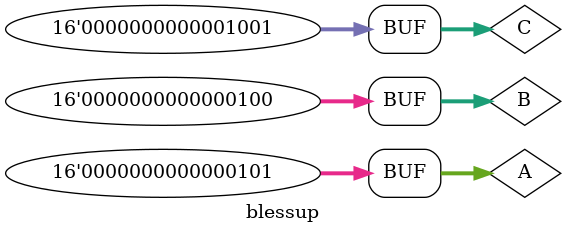
<source format=sv>
`timescale 1ns / 1ps


module blessup();
    logic [15:0] A, B, C, S;
    initial begin
        A = 'h0005;
        B = 'h0004;
        C = 'h0009;
        
    end
    
    always_comb begin
        if (C[15:0] == S[15:0])
            $display("FUCK YES!");
        else 
            $display("FUCK NO!");
    end
    
    
    lookahead_adder adderla	(.A(A[15:0]), .B(B[15:0]), .cin(1'b0), .cout(S[16]), .S(S[15:0]) );
    
    
endmodule

</source>
